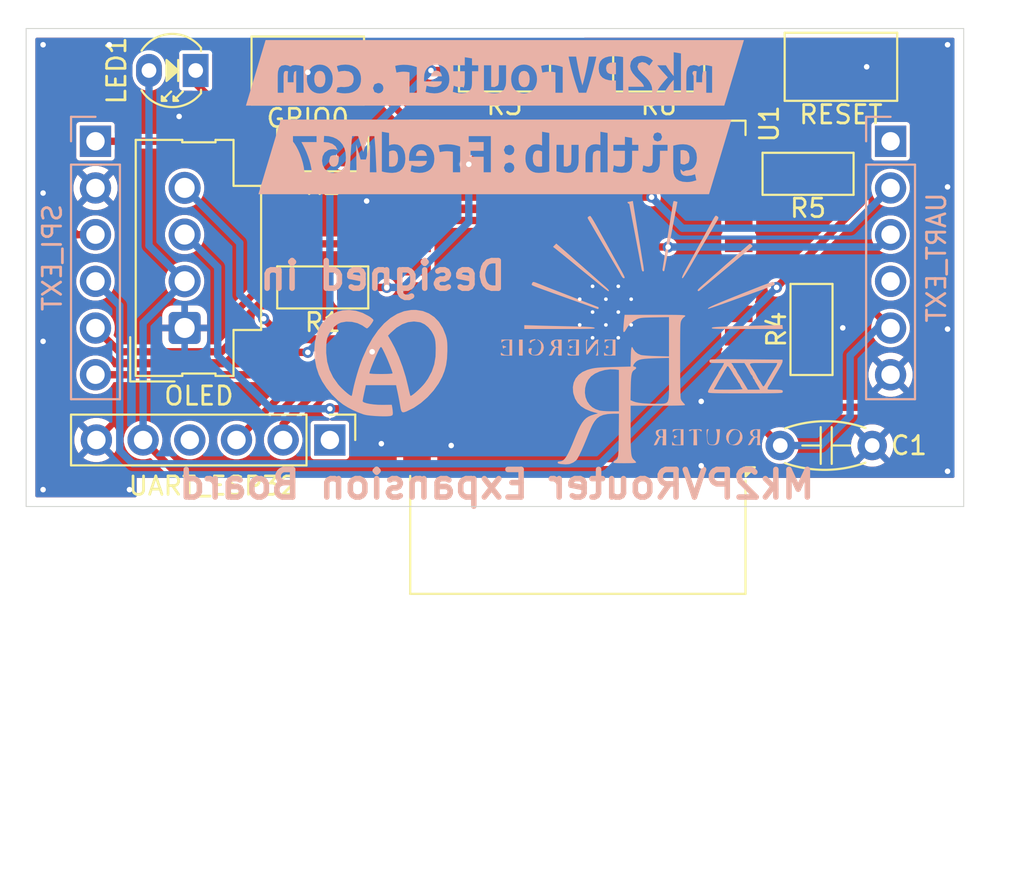
<source format=kicad_pcb>
(kicad_pcb (version 20241229) (generator "pcbnew") (generator_version "9.0")
  (layers (0 "F.Cu" signal) (2 "B.Cu" signal) (13 "F.Paste" user) (15 "B.Paste" user) (5 "F.SilkS" user "F.Silkscreen") (7 "B.SilkS" user "B.Silkscreen") (1 "F.Mask" user) (3 "B.Mask" user) (25 "Edge.Cuts" user))
  (net 0 "")
  (net 1 "GND")
  (net 2 "+3.3V")
  (net 3 "/SDA")
  (net 4 "/SCL")
  (net 5 "/ESP_RX")
  (net 8 "/ESP_TX")
  (net 10 "/AVR_RX")
  (net 12 "/AVR_TX")
  (net 13 "Net-(LED1-K)")
  (net 14 "/RFM_MISO")
  (net 15 "Net-(U1-IO12)")
  (net 16 "/GPIO0")
  (net 17 "Net-(U1-IO13)")
  (net 18 "/RFM_MOSI")
  (net 19 "/RESET")
  (net 20 "Net-(U1-IO14)")
  (net 21 "/RFM_SCK")
  (net 22 "/RFM_SEL")
  (net 23 "Net-(U1-IO27)")
  (net 24 "/DS18B20")
  (footprint "Button_Switch_SMD:SW_SPST_CK_RS282G05A3" (layer "F.Cu") (at 65.9 42.5)
    (property "Reference" "SW1" (hide yes))
    (property "Value" "GPIO0" (at 0 2.6 0) (layer "F.SilkS"))
    (pad "1" smd rect (at -3.9 0) (size 1.5 1.5) (layers "F.Cu" "F.Mask" "F.Paste") (net 1 "GND"))
    (pad "2" smd rect (at 3.9 0) (size 1.5 1.5) (layers "F.Cu" "F.Mask" "F.Paste") (net 16 "/GPIO0"))
  )
  (footprint "PCM_LED_THT_AKL:LED_D3.0mm" (layer "F.Cu") (at 59.8 42.5 180)
    (property "Reference" "LED1" (at 4.3 0 90) (layer "F.SilkS"))
    (property "Value" "LED_3mm" (hide yes))
    (pad "1" thru_hole rect (at 0 0 180) (size 1.4 1.8) (drill 0.8) (layers "*.Cu" "*.Mask") (net 13 "Net-(LED1-K)"))
    (pad "2" thru_hole oval (at 2.54 0 180) (size 1.4 1.8) (drill 0.8) (layers "*.Cu" "*.Mask") (net 2 "+3.3V"))
  )
  (footprint "PCM_Resistor_SMD_AKL:R_1206_3216Metric_Pad1.42x1.75mm_HandSolder" (layer "F.Cu") (at 93.3 56.5875 90)
    (property "Reference" "R4" (at 0 -1.905 90) (layer "F.SilkS"))
    (property "Value" "10K")
    (pad "1" smd roundrect (at -1.4875 0 90) (size 1.425 1.75) (layers "F.Cu" "F.Mask" "F.Paste") (roundrect_rratio 0.175439) (net 19 "/RESET"))
    (pad "2" smd roundrect (at 1.4875 0 90) (size 1.425 1.75) (layers "F.Cu" "F.Mask" "F.Paste") (roundrect_rratio 0.175439) (net 2 "+3.3V"))
  )
  (footprint "PCM_Resistor_SMD_AKL:R_1206_3216Metric_Pad1.42x1.75mm_HandSolder" (layer "F.Cu") (at 66.7125 46.84 180)
    (property "Reference" "R2" (at 0 -1.905 0) (layer "F.SilkS"))
    (property "Value" "1K")
    (pad "1" smd roundrect (at -1.4875 0 180) (size 1.425 1.75) (layers "F.Cu" "F.Mask" "F.Paste") (roundrect_rratio 0.175439) (net 16 "/GPIO0"))
    (pad "2" smd roundrect (at 1.4875 0 180) (size 1.425 1.75) (layers "F.Cu" "F.Mask" "F.Paste") (roundrect_rratio 0.175439) (net 13 "Net-(LED1-K)"))
  )
  (footprint "Connector_PinHeader_2.54mm:PinHeader_1x06_P2.54mm_Vertical" (layer "F.Cu") (at 67.1 62.6 -90)
    (property "Reference" "JP1" (hide yes))
    (property "Value" "UART_ESP32" (at 2.5 6.35 180) (layer "F.SilkS"))
    (pad "1" thru_hole rect (at 0 0 270) (size 1.7 1.7) (drill 1) (layers "*.Cu" "*.Mask"))
    (pad "2" thru_hole circle (at 0 2.54 270) (size 1.7 1.7) (drill 1) (layers "*.Cu" "*.Mask") (net 8 "/ESP_TX"))
    (pad "3" thru_hole circle (at 0 5.08 270) (size 1.7 1.7) (drill 1) (layers "*.Cu" "*.Mask") (net 5 "/ESP_RX"))
    (pad "4" thru_hole circle (at 0 7.62 270) (size 1.7 1.7) (drill 1) (layers "*.Cu" "*.Mask"))
    (pad "5" thru_hole circle (at 0 10.16 270) (size 1.7 1.7) (drill 1) (layers "*.Cu" "*.Mask") (net 2 "+3.3V"))
    (pad "6" thru_hole circle (at 0 12.7 270) (size 1.7 1.7) (drill 1) (layers "*.Cu" "*.Mask") (net 1 "GND"))
  )
  (footprint "RF_Module:ESP32-WROOM-32D" (layer "F.Cu") (at 80.59 55.11 180)
    (property "Reference" "U1" (at -10.41 9.71 90) (layer "F.SilkS"))
    (property "Value" "ESP32-WROOM-32E")
    (pad "1" smd rect (at -8.75 -8.25 180) (size 1.5 0.9) (layers "F.Cu" "F.Mask" "F.Paste") (net 1 "GND"))
    (pad "2" smd rect (at -8.75 -6.98 180) (size 1.5 0.9) (layers "F.Cu" "F.Mask" "F.Paste") (net 2 "+3.3V"))
    (pad "3" smd rect (at -8.75 -5.71 180) (size 1.5 0.9) (layers "F.Cu" "F.Mask" "F.Paste") (net 19 "/RESET"))
    (pad "4" smd rect (at -8.75 -4.44 180) (size 1.5 0.9) (layers "F.Cu" "F.Mask" "F.Paste"))
    (pad "5" smd rect (at -8.75 -3.17 180) (size 1.5 0.9) (layers "F.Cu" "F.Mask" "F.Paste"))
    (pad "6" smd rect (at -8.75 -1.9 180) (size 1.5 0.9) (layers "F.Cu" "F.Mask" "F.Paste"))
    (pad "7" smd rect (at -8.75 -0.63 180) (size 1.5 0.9) (layers "F.Cu" "F.Mask" "F.Paste"))
    (pad "8" smd rect (at -8.75 0.64 180) (size 1.5 0.9) (layers "F.Cu" "F.Mask" "F.Paste"))
    (pad "9" smd rect (at -8.75 1.91 180) (size 1.5 0.9) (layers "F.Cu" "F.Mask" "F.Paste"))
    (pad "10" smd rect (at -8.75 3.18 180) (size 1.5 0.9) (layers "F.Cu" "F.Mask" "F.Paste"))
    (pad "11" smd rect (at -8.75 4.45 180) (size 1.5 0.9) (layers "F.Cu" "F.Mask" "F.Paste"))
    (pad "12" smd rect (at -8.75 5.72 180) (size 1.5 0.9) (layers "F.Cu" "F.Mask" "F.Paste") (net 23 "Net-(U1-IO27)"))
    (pad "13" smd rect (at -8.75 6.99 180) (size 1.5 0.9) (layers "F.Cu" "F.Mask" "F.Paste") (net 20 "Net-(U1-IO14)"))
    (pad "14" smd rect (at -8.75 8.26 180) (size 1.5 0.9) (layers "F.Cu" "F.Mask" "F.Paste") (net 15 "Net-(U1-IO12)"))
    (pad "15" smd rect (at -5.71 9.51 270) (size 1.5 0.9) (layers "F.Cu" "F.Mask" "F.Paste") (net 1 "GND"))
    (pad "16" smd rect (at -4.44 9.51 270) (size 1.5 0.9) (layers "F.Cu" "F.Mask" "F.Paste") (net 17 "Net-(U1-IO13)"))
    (pad "17" smd rect (at -3.17 9.51 270) (size 1.5 0.9) (layers "F.Cu" "F.Mask" "F.Paste"))
    (pad "18" smd rect (at -1.9 9.51 270) (size 1.5 0.9) (layers "F.Cu" "F.Mask" "F.Paste"))
    (pad "19" smd rect (at -0.63 9.51 270) (size 1.5 0.9) (layers "F.Cu" "F.Mask" "F.Paste"))
    (pad "20" smd rect (at 0.64 9.51 270) (size 1.5 0.9) (layers "F.Cu" "F.Mask" "F.Paste"))
    (pad "21" smd rect (at 1.91 9.51 270) (size 1.5 0.9) (layers "F.Cu" "F.Mask" "F.Paste"))
    (pad "22" smd rect (at 3.18 9.51 270) (size 1.5 0.9) (layers "F.Cu" "F.Mask" "F.Paste"))
    (pad "23" smd rect (at 4.45 9.51 270) (size 1.5 0.9) (layers "F.Cu" "F.Mask" "F.Paste"))
    (pad "24" smd rect (at 5.72 9.51 270) (size 1.5 0.9) (layers "F.Cu" "F.Mask" "F.Paste"))
    (pad "25" smd rect (at 8.75 8.26 180) (size 1.5 0.9) (layers "F.Cu" "F.Mask" "F.Paste") (net 16 "/GPIO0"))
    (pad "26" smd rect (at 8.75 6.99 180) (size 1.5 0.9) (layers "F.Cu" "F.Mask" "F.Paste"))
    (pad "27" smd rect (at 8.75 5.72 180) (size 1.5 0.9) (layers "F.Cu" "F.Mask" "F.Paste") (net 12 "/AVR_TX"))
    (pad "28" smd rect (at 8.75 4.45 180) (size 1.5 0.9) (layers "F.Cu" "F.Mask" "F.Paste") (net 10 "/AVR_RX"))
    (pad "29" smd rect (at 8.75 3.18 180) (size 1.5 0.9) (layers "F.Cu" "F.Mask" "F.Paste") (net 24 "/DS18B20"))
    (pad "30" smd rect (at 8.75 1.91 180) (size 1.5 0.9) (layers "F.Cu" "F.Mask" "F.Paste"))
    (pad "31" smd rect (at 8.75 0.64 180) (size 1.5 0.9) (layers "F.Cu" "F.Mask" "F.Paste"))
    (pad "32" smd rect (at 8.75 -0.63 180) (size 1.5 0.9) (layers "F.Cu" "F.Mask" "F.Paste"))
    (pad "33" smd rect (at 8.75 -1.9 180) (size 1.5 0.9) (layers "F.Cu" "F.Mask" "F.Paste") (net 3 "/SDA"))
    (pad "34" smd rect (at 8.75 -3.17 180) (size 1.5 0.9) (layers "F.Cu" "F.Mask" "F.Paste") (net 5 "/ESP_RX"))
    (pad "35" smd rect (at 8.75 -4.44 180) (size 1.5 0.9) (layers "F.Cu" "F.Mask" "F.Paste") (net 8 "/ESP_TX"))
    (pad "36" smd rect (at 8.75 -5.71 180) (size 1.5 0.9) (layers "F.Cu" "F.Mask" "F.Paste") (net 4 "/SCL"))
    (pad "37" smd rect (at 8.75 -6.98 180) (size 1.5 0.9) (layers "F.Cu" "F.Mask" "F.Paste"))
    (pad "38" smd rect (at 8.75 -8.25 180) (size 1.5 0.9) (layers "F.Cu" "F.Mask" "F.Paste") (net 1 "GND"))
    (pad "39" smd rect (at -2.9 -1.93 180) (size 0.9 0.9) (layers "F.Cu" "F.Paste") (net 1 "GND"))
    (pad "39" thru_hole circle (at -2.9 -1.23 180) (size 0.6 0.6) (drill 0.2) (property pad_prop_heatsink) (layers "*.Cu" "F.Mask") (net 1 "GND"))
    (pad "39" smd rect (at -2.9 -0.53 180) (size 0.9 0.9) (layers "F.Cu" "F.Paste") (net 1 "GND"))
    (pad "39" thru_hole circle (at -2.9 0.17 180) (size 0.6 0.6) (drill 0.2) (property pad_prop_heatsink) (layers "*.Cu" "F.Mask") (net 1 "GND"))
    (pad "39" smd rect (at -2.9 0.87 180) (size 0.9 0.9) (layers "F.Cu" "F.Paste") (net 1 "GND"))
    (pad "39" thru_hole circle (at -2.2 -1.93 180) (size 0.6 0.6) (drill 0.2) (property pad_prop_heatsink) (layers "*.Cu" "F.Mask") (net 1 "GND"))
    (pad "39" thru_hole circle (at -2.2 -0.53 180) (size 0.6 0.6) (drill 0.2) (property pad_prop_heatsink) (layers "*.Cu" "F.Mask") (net 1 "GND"))
    (pad "39" thru_hole circle (at -2.2 0.87 180) (size 0.6 0.6) (drill 0.2) (property pad_prop_heatsink) (layers "*.Cu" "F.Mask") (net 1 "GND"))
    (pad "39" thru_hole circle (at -1.525 -1.23 180) (size 0.6 0.6) (drill 0.2) (property pad_prop_heatsink) (layers "*.Cu" "F.Mask") (net 1 "GND"))
    (pad "39" thru_hole circle (at -1.525 0.17 180) (size 0.6 0.6) (drill 0.2) (property pad_prop_heatsink) (layers "*.Cu" "F.Mask") (net 1 "GND"))
    (pad "39" smd rect (at -1.5 -1.93 180) (size 0.9 0.9) (layers "F.Cu" "F.Paste") (net 1 "GND"))
    (pad "39" smd rect (at -1.5 -0.53 180) (size 0.9 0.9) (layers "F.Cu" "F.Paste") (net 1 "GND"))
    (pad "39" smd rect (at -1.5 -0.53 180) (size 3.8 3.8) (property pad_prop_heatsink) (layers "F.Cu" "F.Mask") (net 1 "GND"))
    (pad "39" smd rect (at -1.5 0.87 180) (size 0.9 0.9) (layers "F.Cu" "F.Paste") (net 1 "GND"))
    (pad "39" thru_hole circle (at -0.8 -1.93 180) (size 0.6 0.6) (drill 0.2) (property pad_prop_heatsink) (layers "*.Cu" "F.Mask") (net 1 "GND"))
    (pad "39" thru_hole circle (at -0.8 -0.53 180) (size 0.6 0.6) (drill 0.2) (property pad_prop_heatsink) (layers "*.Cu" "F.Mask") (net 1 "GND"))
    (pad "39" thru_hole circle (at -0.8 0.87 180) (size 0.6 0.6) (drill 0.2) (property pad_prop_heatsink) (layers "*.Cu" "F.Mask") (net 1 "GND"))
    (pad "39" smd rect (at -0.1 -1.93 180) (size 0.9 0.9) (layers "F.Cu" "F.Paste") (net 1 "GND"))
    (pad "39" thru_hole circle (at -0.1 -1.23 180) (size 0.6 0.6) (drill 0.2) (property pad_prop_heatsink) (layers "*.Cu" "F.Mask") (net 1 "GND"))
    (pad "39" smd rect (at -0.1 -0.53 180) (size 0.9 0.9) (layers "F.Cu" "F.Paste") (net 1 "GND"))
    (pad "39" thru_hole circle (at -0.1 0.17 180) (size 0.6 0.6) (drill 0.2) (property pad_prop_heatsink) (layers "*.Cu" "F.Mask") (net 1 "GND"))
    (pad "39" smd rect (at -0.1 0.87 180) (size 0.9 0.9) (layers "F.Cu" "F.Paste") (net 1 "GND"))
    (zone (net 0) (net_name "") (layers "F.Cu" "B.Cu") (connect_pads (clearance 0)) (min_thickness 0.254)
      (keepout (tracks not_allowed) (vias not_allowed) (pads not_allowed) (copperpour not_allowed) (footprints not_allowed))
      (fill (thermal_gap 0.508) (thermal_bridge_width 0.508))
      (polygon (pts (xy 104.59 64.66) (xy 56.59 64.66) (xy 56.59 85.85) (xy 104.59 85.85)))
    )
  )
  (footprint "PCM_Resistor_SMD_AKL:R_1206_3216Metric_Pad1.42x1.75mm_HandSolder" (layer "F.Cu") (at 84.9875 42.5 180)
    (property "Reference" "R6" (at 0 -1.905 180) (layer "F.SilkS"))
    (property "Value" "1K")
    (pad "1" smd roundrect (at -1.4875 0 180) (size 1.425 1.75) (layers "F.Cu" "F.Mask" "F.Paste") (roundrect_rratio 0.175439) (net 23 "Net-(U1-IO27)"))
    (pad "2" smd roundrect (at 1.4875 0 180) (size 1.425 1.75) (layers "F.Cu" "F.Mask" "F.Paste") (roundrect_rratio 0.175439) (net 22 "/RFM_SEL"))
  )
  (footprint "Button_Switch_SMD:SW_SPST_CK_RS282G05A3" (layer "F.Cu") (at 94.9 42.3 180)
    (property "Reference" "SW2" (hide yes))
    (property "Value" "RESET" (at 0 -2.6 0) (layer "F.SilkS"))
    (pad "1" smd rect (at -3.9 0 180) (size 1.5 1.5) (layers "F.Cu" "F.Mask" "F.Paste") (net 1 "GND"))
    (pad "2" smd rect (at 3.9 0 180) (size 1.5 1.5) (layers "F.Cu" "F.Mask" "F.Paste") (net 19 "/RESET"))
  )
  (footprint "PCM_Resistor_SMD_AKL:R_1206_3216Metric_Pad1.42x1.75mm_HandSolder" (layer "F.Cu") (at 66.7125 54.3 180)
    (property "Reference" "R1" (at 0 -1.905 0) (layer "F.SilkS"))
    (property "Value" "1K")
    (pad "1" smd roundrect (at -1.4875 0 180) (size 1.425 1.75) (layers "F.Cu" "F.Mask" "F.Paste") (roundrect_rratio 0.175439) (net 15 "Net-(U1-IO12)"))
    (pad "2" smd roundrect (at 1.4875 0 180) (size 1.425 1.75) (layers "F.Cu" "F.Mask" "F.Paste") (roundrect_rratio 0.175439) (net 14 "/RFM_MISO"))
  )
  (footprint "PCM_Capacitor_THT_AKL:C_Disc_D4.7mm_W2.5mm_P5.00mm" (layer "F.Cu") (at 91.6 62.9)
    (property "Reference" "C1" (at 7 0 0) (layer "F.SilkS"))
    (property "Value" "10uF" (hide yes))
    (pad "1" thru_hole circle (at 0 0) (size 1.6 1.6) (drill 0.8) (layers "*.Cu" "*.Mask") (net 2 "+3.3V"))
    (pad "2" thru_hole circle (at 5 0) (size 1.6 1.6) (drill 0.8) (layers "*.Cu" "*.Mask") (net 1 "GND"))
  )
  (footprint "PCM_Resistor_SMD_AKL:R_1206_3216Metric_Pad1.42x1.75mm_HandSolder" (layer "F.Cu") (at 93.1125 48.12)
    (property "Reference" "R5" (at 0 1.87 0) (layer "F.SilkS"))
    (property "Value" "1K")
    (pad "1" smd roundrect (at -1.4875 0) (size 1.425 1.75) (layers "F.Cu" "F.Mask" "F.Paste") (roundrect_rratio 0.175439) (net 20 "Net-(U1-IO14)"))
    (pad "2" smd roundrect (at 1.4875 0) (size 1.425 1.75) (layers "F.Cu" "F.Mask" "F.Paste") (roundrect_rratio 0.175439) (net 21 "/RFM_SCK"))
  )
  (footprint "Connector_Molex:Molex_SL_171971-0004_1x04_P2.54mm_Vertical" (layer "F.Cu") (at 59.2 56.505 90)
    (property "Reference" "J4" (hide yes))
    (property "Value" "OLED" (at -3.695 0.775 180) (layer "F.SilkS"))
    (pad "1" thru_hole roundrect (at 0 0 90) (size 1.74 1.74) (drill 1.09) (layers "*.Cu" "*.Mask") (roundrect_rratio 0.143678) (net 1 "GND"))
    (pad "2" thru_hole circle (at 2.54 0 90) (size 1.74 1.74) (drill 1.09) (layers "*.Cu" "*.Mask") (net 2 "+3.3V"))
    (pad "3" thru_hole circle (at 5.08 0 90) (size 1.74 1.74) (drill 1.09) (layers "*.Cu" "*.Mask") (net 4 "/SCL"))
    (pad "4" thru_hole circle (at 7.62 0 90) (size 1.74 1.74) (drill 1.09) (layers "*.Cu" "*.Mask") (net 3 "/SDA"))
  )
  (footprint "PCM_Resistor_SMD_AKL:R_1206_3216Metric_Pad1.42x1.75mm_HandSolder" (layer "F.Cu") (at 76.6 42.5 180)
    (property "Reference" "R3" (at 0 -1.905 180) (layer "F.SilkS"))
    (property "Value" "1K")
    (pad "1" smd roundrect (at -1.4875 0 180) (size 1.425 1.75) (layers "F.Cu" "F.Mask" "F.Paste") (roundrect_rratio 0.175439) (net 17 "Net-(U1-IO13)"))
    (pad "2" smd roundrect (at 1.4875 0 180) (size 1.425 1.75) (layers "F.Cu" "F.Mask" "F.Paste") (roundrect_rratio 0.175439) (net 18 "/RFM_MOSI"))
  )
  (footprint "LOGO" (layer "B.Cu") (at 84.1 57 180)
    (property "Reference" "G004" (hide yes))
    (property "Value" "LOGO" (hide yes))
  )
  (footprint "UserDef:Alsace" (layer "B.Cu") (at 69.9 58.4 180)
    (property "Reference" "G***" (hide yes))
    (property "Value" "LOGO" (hide yes))
  )
  (footprint "Connector_PinSocket_2.54mm:PinSocket_1x06_P2.54mm_Vertical" (layer "B.Cu") (at 54.35 46.35 180)
    (property "Reference" "SPI_EXT0" (hide yes))
    (property "Value" "SPI_EXT" (at 2.35 -6.325 90) (layer "B.SilkS") (effects (justify mirror)))
    (pad "1" thru_hole rect (at 0 0 180) (size 1.7 1.7) (drill 1) (layers "*.Cu" "*.Mask") (net 24 "/DS18B20"))
    (pad "2" thru_hole circle (at 0 -2.54 180) (size 1.7 1.7) (drill 1) (layers "*.Cu" "*.Mask") (net 1 "GND"))
    (pad "3" thru_hole circle (at 0 -5.08 180) (size 1.7 1.7) (drill 1) (layers "*.Cu" "*.Mask") (net 22 "/RFM_SEL"))
    (pad "4" thru_hole circle (at 0 -7.62 180) (size 1.7 1.7) (drill 1) (layers "*.Cu" "*.Mask") (net 21 "/RFM_SCK"))
    (pad "5" thru_hole circle (at 0 -10.16 180) (size 1.7 1.7) (drill 1) (layers "*.Cu" "*.Mask") (net 14 "/RFM_MISO"))
    (pad "6" thru_hole circle (at 0 -12.7 180) (size 1.7 1.7) (drill 1) (layers "*.Cu" "*.Mask") (net 18 "/RFM_MOSI"))
  )
  (footprint "kibuzzard-64EB6544-2" (layer "B.Cu") (at 76.0786 47.2 180)
    (property "Reference" "kibuzzard-64EB6544-2" (hide yes))
    (property "Value" "G010" (hide yes))
  )
  (footprint "Connector_PinSocket_2.54mm:PinSocket_1x06_P2.54mm_Vertical" (layer "B.Cu") (at 97.6 46.35 180)
    (property "Reference" "JP3" (hide yes))
    (property "Value" "UART_EXT" (at -2.5 -6.325 270) (layer "B.SilkS") (effects (justify mirror)))
    (pad "1" thru_hole rect (at 0 0 180) (size 1.7 1.7) (drill 1) (layers "*.Cu" "*.Mask"))
    (pad "2" thru_hole circle (at 0 -2.54 180) (size 1.7 1.7) (drill 1) (layers "*.Cu" "*.Mask") (net 12 "/AVR_TX"))
    (pad "3" thru_hole circle (at 0 -5.08 180) (size 1.7 1.7) (drill 1) (layers "*.Cu" "*.Mask") (net 10 "/AVR_RX"))
    (pad "4" thru_hole circle (at 0 -7.62 180) (size 1.7 1.7) (drill 1) (layers "*.Cu" "*.Mask"))
    (pad "5" thru_hole circle (at 0 -10.16 180) (size 1.7 1.7) (drill 1) (layers "*.Cu" "*.Mask") (net 2 "+3.3V"))
    (pad "6" thru_hole circle (at 0 -12.7 180) (size 1.7 1.7) (drill 1) (layers "*.Cu" "*.Mask") (net 1 "GND"))
  )
  (footprint "kibuzzard-6431D11C-2" (layer "B.Cu") (at 76.0786 42.628 180)
    (property "Reference" "kibuzzard-6431D11C-2" (hide yes))
    (property "Value" "G009" (hide yes))
  )
  (gr_line (start 50.5786 66.2176) (end 101.5786 66.2176) (stroke (width 0.05)) (layer "Edge.Cuts"))
  (gr_line (start 101.5786 40.2176) (end 50.5786 40.2176) (stroke (width 0.05)) (layer "Edge.Cuts"))
  (gr_line (start 50.5786 40.2176) (end 50.5786 66.2176) (stroke (width 0.05)) (layer "Edge.Cuts"))
  (gr_line (start 101.5786 66.2176) (end 101.5786 40.2176) (stroke (width 0.05)) (layer "Edge.Cuts"))
  (gr_text "Designed in" (at 76.813866 54.54 -0) (layer "B.SilkS") (effects (font (size 1.5 1.5) (thickness 0.3) (bold yes)) (justify left bottom mirror)))
  (gr_text "Mk2PVRouter Expansion Board" (at 93.628601 65.9 0) (layer "B.SilkS") (effects (font (size 1.5 1.5) (thickness 0.3) (bold yes)) (justify left bottom mirror)))
  (via (at 51.5 41.1) (size 0.6) (drill 0.3) (layers "F.Cu" "B.Cu") (net 1))
  (via (at 95 56.5) (size 0.6) (drill 0.3) (layers "F.Cu" "B.Cu") (net 1))
  (via (at 96.3 42.3) (size 0.6) (drill 0.3) (layers "F.Cu" "B.Cu") (net 1))
  (via (at 73.7 62.9) (size 0.6) (drill 0.3) (layers "F.Cu" "B.Cu") (net 1))
  (via (at 100.7 41.1) (size 0.6) (drill 0.3) (layers "F.Cu" "B.Cu") (net 1))
  (via (at 56.2 65.3) (size 0.6) (drill 0.3) (layers "F.Cu" "B.Cu") (net 1))
  (via (at 69.9 62.8) (size 0.6) (drill 0.3) (layers "F.Cu" "B.Cu") (net 1))
  (via (at 51.5 49.166667) (size 0.6) (drill 0.3) (layers "F.Cu" "B.Cu") (net 1))
  (via (at 100.7 64.3) (size 0.6) (drill 0.3) (layers "F.Cu" "B.Cu") (net 1))
  (via (at 51.5 57.233333) (size 0.6) (drill 0.3) (layers "F.Cu" "B.Cu") (net 1))
  (via (at 58.9 45) (size 0.6) (drill 0.3) (layers "F.Cu" "B.Cu") (net 1))
  (via (at 65.9 42.6) (size 0.6) (drill 0.3) (layers "F.Cu" "B.Cu") (net 1))
  (via (at 100.7 48.833333) (size 0.6) (drill 0.3) (layers "F.Cu" "B.Cu") (net 1))
  (via (at 69.1 49.6) (size 0.6) (drill 0.3) (layers "F.Cu" "B.Cu") (net 1))
  (via (at 87.3 60.5) (size 0.6) (drill 0.3) (layers "F.Cu" "B.Cu") (net 1))
  (via (at 69.4 57.8) (size 0.6) (drill 0.3) (layers "F.Cu" "B.Cu") (net 1))
  (via (at 51.5 65.3) (size 0.6) (drill 0.3) (layers "F.Cu" "B.Cu") (net 1))
  (via (at 100.7 56.566667) (size 0.6) (drill 0.3) (layers "F.Cu" "B.Cu") (net 1))
  (via (at 87.3 64) (size 0.6) (drill 0.3) (layers "F.Cu" "B.Cu") (net 1))
  (via (at 55.1 41.1) (size 0.6) (drill 0.3) (layers "F.Cu" "B.Cu") (net 1))
  (segment (start 83.9883 64.2117) (end 86.11 62.09) (width 0.4) (layer "F.Cu") (net 2))
  (segment (start 90.79 62.09) (end 89.34 62.09) (width 0.4) (layer "F.Cu") (net 2))
  (segment (start 95.2 53) (end 95.8 53.6) (width 0.4) (layer "F.Cu") (net 2))
  (segment (start 58.5517 64.2117) (end 83.9883 64.2117) (width 0.4) (layer "F.Cu") (net 2))
  (segment (start 93.3 53.75) (end 94.05 53) (width 0.4) (layer "F.Cu") (net 2))
  (segment (start 95.8 54.71) (end 97.6 56.51) (width 0.4) (layer "F.Cu") (net 2))
  (segment (start 56.94 62.6) (end 58.5517 64.2117) (width 0.4) (layer "F.Cu") (net 2))
  (segment (start 95.8 53.6) (end 95.8 54.71) (width 0.4) (layer "F.Cu") (net 2))
  (segment (start 93.3 55.1) (end 93.3 53.75) (width 0.4) (layer "F.Cu") (net 2))
  (segment (start 91.6 62.9) (end 90.79 62.09) (width 0.4) (layer "F.Cu") (net 2))
  (segment (start 86.11 62.09) (end 89.34 62.09) (width 0.4) (layer "F.Cu") (net 2))
  (segment (start 94.05 53) (end 95.2 53) (width 0.4) (layer "F.Cu") (net 2))
  (segment (start 59.2 53.965) (end 56.94 56.225) (width 0.4) (layer "B.Cu") (net 2))
  (segment (start 95.4 61.3) (end 93.8 62.9) (width 0.4) (layer "B.Cu") (net 2))
  (segment (start 56.94 56.225) (end 56.94 62.6) (width 0.4) (layer "B.Cu") (net 2))
  (segment (start 95.4 58) (end 95.4 61.3) (width 0.4) (layer "B.Cu") (net 2))
  (segment (start 93.8 62.9) (end 91.6 62.9) (width 0.4) (layer "B.Cu") (net 2))
  (segment (start 97.6 56.51) (end 96.89 56.51) (width 0.4) (layer "B.Cu") (net 2))
  (segment (start 57.26 52.025) (end 59.2 53.965) (width 0.4) (layer "B.Cu") (net 2))
  (segment (start 57.26 42.5) (end 57.26 52.025) (width 0.4) (layer "B.Cu") (net 2))
  (segment (start 96.89 56.51) (end 95.4 58) (width 0.4) (layer "B.Cu") (net 2))
  (segment (start 64 56.5) (end 63.5 56) (width 0.4) (layer "F.Cu") (net 3))
  (segment (start 71.84 57.01) (end 70.689 57.01) (width 0.4) (layer "F.Cu") (net 3))
  (segment (start 68.5 56.5) (end 64 56.5) (width 0.4) (layer "F.Cu") (net 3))
  (segment (start 70.689 57.01) (end 69.01 57.01) (width 0.4) (layer "F.Cu") (net 3))
  (segment (start 69.01 57.01) (end 68.5 56.5) (width 0.4) (layer "F.Cu") (net 3))
  (via (at 63.5 56) (size 0.6) (drill 0.3) (layers "F.Cu" "B.Cu") (net 3))
  (segment (start 62.2 54.7) (end 62.2 51.885) (width 0.4) (layer "B.Cu") (net 3))
  (segment (start 63.5 56) (end 62.2 54.7) (width 0.4) (layer "B.Cu") (net 3))
  (segment (start 62.2 51.885) (end 59.2 48.885) (width 0.4) (layer "B.Cu") (net 3))
  (segment (start 67.9446 60.9) (end 68.0246 60.82) (width 0.4) (layer "F.Cu") (net 4))
  (segment (start 68.0246 60.82) (end 71.84 60.82) (width 0.4) (layer "F.Cu") (net 4))
  (segment (start 67.1 60.9) (end 67.9446 60.9) (width 0.4) (layer "F.Cu") (net 4))
  (via (at 67.1 60.9) (size 0.6) (drill 0.3) (layers "F.Cu" "B.Cu") (net 4))
  (segment (start 63.9 60.9) (end 61 58) (width 0.4) (layer "B.Cu") (net 4))
  (segment (start 61 58) (end 61 53.2) (width 0.4) (layer "B.Cu") (net 4))
  (segment (start 59.225 51.425) (end 59.2 51.425) (width 0.4) (layer "B.Cu") (net 4))
  (segment (start 67.1 60.9) (end 63.9 60.9) (width 0.4) (layer "B.Cu") (net 4))
  (segment (start 61 53.2) (end 59.225 51.425) (width 0.4) (layer "B.Cu") (net 4))
  (segment (start 62.02 62.6) (end 66.0863 58.5337) (width 0.4) (layer "F.Cu") (net 5))
  (segment (start 71.84 58.28) (end 70.6883 58.28) (width 0.4) (layer "F.Cu") (net 5))
  (segment (start 70.4346 58.5337) (end 70.6883 58.28) (width 0.4) (layer "F.Cu") (net 5))
  (segment (start 66.0863 58.5337) (end 70.4346 58.5337) (width 0.4) (layer "F.Cu") (net 5))
  (segment (start 71.84 59.55) (end 66.75 59.55) (width 0.4) (layer "F.Cu") (net 8))
  (segment (start 64.56 61.74) (end 64.56 62.6) (width 0.4) (layer "F.Cu") (net 8))
  (segment (start 66.75 59.55) (end 64.56 61.74) (width 0.4) (layer "F.Cu") (net 8))
  (segment (start 85.5 52.1) (end 84.5 52.1) (width 0.4) (layer "F.Cu") (net 10))
  (segment (start 83.06 50.66) (end 71.84 50.66) (width 0.4) (layer "F.Cu") (net 10))
  (segment (start 84.5 52.1) (end 83.06 50.66) (width 0.4) (layer "F.Cu") (net 10))
  (via (at 85.5 52.1) (size 0.6) (drill 0.3) (layers "F.Cu" "B.Cu") (net 10))
  (segment (start 96.93 52.1) (end 97.6 51.43) (width 0.4) (layer "B.Cu") (net 10))
  (segment (start 85.5 52.1) (end 96.93 52.1) (width 0.4) (layer "B.Cu") (net 10))
  (segment (start 84.6 49.39) (end 71.84 49.39) (width 0.4) (layer "F.Cu") (net 12))
  (via (at 84.6 49.39) (size 0.6) (drill 0.3) (layers "F.Cu" "B.Cu") (net 12))
  (segment (start 84.6 49.4) (end 86.2769 51.0769) (width 0.4) (layer "B.Cu") (net 12))
  (segment (start 86.2769 51.0769) (end 95.4131 51.0769) (width 0.4) (layer "B.Cu") (net 12))
  (segment (start 95.4131 51.0769) (end 97.6 48.89) (width 0.4) (layer "B.Cu") (net 12))
  (segment (start 84.6 49.39) (end 84.6 49.4) (width 0.4) (layer "B.Cu") (net 12))
  (segment (start 59.8 42.5) (end 59.8 43.2) (width 0.4) (layer "F.Cu") (net 13))
  (segment (start 59.8 43.2) (end 63.44 46.84) (width 0.4) (layer "F.Cu") (net 13))
  (segment (start 63.44 46.84) (end 65.225 46.84) (width 0.4) (layer "F.Cu") (net 13))
  (segment (start 63.3 54.3) (end 62.1 55.5) (width 0.4) (layer "F.Cu") (net 14))
  (segment (start 55.6398 57.7998) (end 54.35 56.51) (width 0.4) (layer "F.Cu") (net 14))
  (segment (start 61.2002 57.7998) (end 55.6398 57.7998) (width 0.4) (layer "F.Cu") (net 14))
  (segment (start 62.1 55.5) (end 62.1 56.9) (width 0.4) (layer "F.Cu") (net 14))
  (segment (start 65.225 54.3) (end 63.3 54.3) (width 0.4) (layer "F.Cu") (net 14))
  (segment (start 62.1 56.9) (end 61.2002 57.7998) (width 0.4) (layer "F.Cu") (net 14))
  (segment (start 68.2 54.3) (end 70.2 54.3) (width 0.4) (layer "F.Cu") (net 15))
  (segment (start 75.4071 46.85) (end 89.34 46.85) (width 0.4) (layer "F.Cu") (net 15))
  (segment (start 74.6569 47.6002) (end 75.4071 46.85) (width 0.4) (layer "F.Cu") (net 15))
  (via (at 74.6569 47.6002) (size 0.6) (drill 0.3) (layers "F.Cu" "B.Cu") (net 15))
  (via (at 70.2 54.3) (size 0.6) (drill 0.3) (layers "F.Cu" "B.Cu") (net 15))
  (segment (start 71.0932 54.3) (end 74.6569 50.7363) (width 0.4) (layer "B.Cu") (net 15))
  (segment (start 74.6569 50.7363) (end 74.6569 47.6002) (width 0.4) (layer "B.Cu") (net 15))
  (segment (start 70.2 54.3) (end 71.0932 54.3) (width 0.4) (layer "B.Cu") (net 15))
  (segment (start 71.84 45.6917) (end 71.84 46.85) (width 0.4) (layer "F.Cu") (net 16))
  (segment (start 68.21 46.85) (end 68.2 46.84) (width 0.4) (layer "F.Cu") (net 16))
  (segment (start 69.8 43.6517) (end 71.84 45.6917) (width 0.4) (layer "F.Cu") (net 16))
  (segment (start 71.84 46.85) (end 68.21 46.85) (width 0.4) (layer "F.Cu") (net 16))
  (segment (start 69.8 42.5) (end 69.8 43.6517) (width 0.4) (layer "F.Cu") (net 16))
  (segment (start 81.75 44.2) (end 84.53 44.2) (width 0.4) (layer "F.Cu") (net 17))
  (segment (start 84.53 44.2) (end 85.03 44.7) (width 0.4) (layer "F.Cu") (net 17))
  (segment (start 85.03 44.7) (end 85.03 45.6) (width 0.4) (layer "F.Cu") (net 17))
  (segment (start 78.0875 42.5) (end 80.05 42.5) (width 0.4) (layer "F.Cu") (net 17))
  (segment (start 80.05 42.5) (end 81.75 44.2) (width 0.4) (layer "F.Cu") (net 17))
  (segment (start 64.5903 57.832) (end 63.3723 59.05) (width 0.4) (layer "F.Cu") (net 18))
  (segment (start 72.6 42.5) (end 75.1125 42.5) (width 0.4) (layer "F.Cu") (net 18))
  (segment (start 65.9 57.832) (end 64.5903 57.832) (width 0.4) (layer "F.Cu") (net 18))
  (segment (start 63.3723 59.05) (end 54.35 59.05) (width 0.4) (layer "F.Cu") (net 18))
  (via (at 65.9 57.832) (size 0.6) (drill 0.3) (layers "F.Cu" "B.Cu") (net 18))
  (via (at 72.6 42.5) (size 0.6) (drill 0.3) (layers "F.Cu" "B.Cu") (net 18))
  (segment (start 72.6 42.5) (end 67.1 48) (width 0.4) (layer "B.Cu") (net 18))
  (segment (start 67.1 48) (end 67.1 56.632) (width 0.4) (layer "B.Cu") (net 18))
  (segment (start 67.1 56.632) (end 65.9 57.832) (width 0.4) (layer "B.Cu") (net 18))
  (segment (start 92.28 60.82) (end 98.78 60.82) (width 0.4) (layer "F.Cu") (net 19))
  (segment (start 99.7 59.9) (end 99.7 45.6) (width 0.4) (layer "F.Cu") (net 19))
  (segment (start 89.34 60.82) (end 92.28 60.82) (width 0.4) (layer "F.Cu") (net 19))
  (segment (start 99.7 45.6) (end 98.3 44.2) (width 0.4) (layer "F.Cu") (net 19))
  (segment (start 93.9 42.3) (end 91 42.3) (width 0.4) (layer "F.Cu") (net 19))
  (segment (start 95.8 44.2) (end 93.9 42.3) (width 0.4) (layer "F.Cu") (net 19))
  (segment (start 92.28 60.82) (end 93.3 60.82) (width 0.4) (layer "F.Cu") (net 19))
  (segment (start 98.78 60.82) (end 99.7 59.9) (width 0.4) (layer "F.Cu") (net 19))
  (segment (start 93.3 60.82) (end 93.3 58.075) (width 0.4) (layer "F.Cu") (net 19))
  (segment (start 98.3 44.2) (end 95.8 44.2) (width 0.4) (layer "F.Cu") (net 19))
  (segment (start 89.34 48.12) (end 91.625 48.12) (width 0.4) (layer "F.Cu") (net 20))
  (segment (start 96 49.7) (end 96 48.4) (width 0.4) (layer "F.Cu") (net 21))
  (segment (start 96 48.4) (end 95.72 48.12) (width 0.4) (layer "F.Cu") (net 21))
  (segment (start 95.72 48.12) (end 94.6 48.12) (width 0.4) (layer "F.Cu") (net 21))
  (segment (start 91.4 54.3) (end 96 49.7) (width 0.4) (layer "F.Cu") (net 21))
  (via (at 91.4 54.3) (size 0.6) (drill 0.3) (layers "F.Cu" "B.Cu") (net 21))
  (segment (start 56.3798 63.8912) (end 55.67 63.1814) (width 0.4) (layer "B.Cu") (net 21))
  (segment (start 55.67 55.29) (end 54.35 53.97) (width 0.4) (layer "B.Cu") (net 21))
  (segment (start 55.67 63.1814) (end 55.67 55.29) (width 0.4) (layer "B.Cu") (net 21))
  (segment (start 91.4 54.3) (end 81.8088 63.8912) (width 0.4) (layer "B.Cu") (net 21))
  (segment (start 81.8088 63.8912) (end 56.3798 63.8912) (width 0.4) (layer "B.Cu") (net 21))
  (segment (start 56.1341 41.1659) (end 80.6659 41.1659) (width 0.4) (layer "F.Cu") (net 22))
  (segment (start 52.3 45) (end 56.1341 41.1659) (width 0.4) (layer "F.Cu") (net 22))
  (segment (start 82 42.5) (end 83.5 42.5) (width 0.4) (layer "F.Cu") (net 22))
  (segment (start 80.6659 41.1659) (end 82 42.5) (width 0.4) (layer "F.Cu") (net 22))
  (segment (start 53.33 51.43) (end 52.3 50.4) (width 0.4) (layer "F.Cu") (net 22))
  (segment (start 54.35 51.43) (end 53.33 51.43) (width 0.4) (layer "F.Cu") (net 22))
  (segment (start 52.3 50.4) (end 52.3 45) (width 0.4) (layer "F.Cu") (net 22))
  (segment (start 90.544 49.4423) (end 90.4917 49.39) (width 0.4) (layer "F.Cu") (net 23))
  (segment (start 93.1 47) (end 93.1 49.1) (width 0.4) (layer "F.Cu") (net 23))
  (segment (start 86.475 42.5) (end 88.6 42.5) (width 0.4) (layer "F.Cu") (net 23))
  (segment (start 92.7577 49.4423) (end 90.544 49.4423) (width 0.4) (layer "F.Cu") (net 23))
  (segment (start 90.4917 49.39) (end 89.34 49.39) (width 0.4) (layer "F.Cu") (net 23))
  (segment (start 88.6 42.5) (end 93.1 47) (width 0.4) (layer "F.Cu") (net 23))
  (segment (start 93.1 49.1) (end 92.7577 49.4423) (width 0.4) (layer "F.Cu") (net 23))
  (segment (start 70.6883 51.93) (end 70.6868 51.9285) (width 0.4) (layer "F.Cu") (net 24))
  (segment (start 71.84 51.93) (end 70.6883 51.93) (width 0.4) (layer "F.Cu") (net 24))
  (segment (start 70.6868 51.9285) (end 66.0285 51.9285) (width 0.4) (layer "F.Cu") (net 24))
  (segment (start 60.45 46.35) (end 54.35 46.35) (width 0.4) (layer "F.Cu") (net 24))
  (segment (start 66.0285 51.9285) (end 60.45 46.35) (width 0.4) (layer "F.Cu") (net 24))
  (zone (net 1) (net_name "GND") (layer "F.Cu") (priority 6) (connect_pads (clearance 0.000001)) (min_thickness 0.1524) (fill yes (thermal_gap 0.3548) (thermal_bridge_width 0.3548))
    (polygon (pts (xy 102.801 67.545) (xy 49.1562 67.545) (xy 49.1562 38.6652) (xy 102.801 38.6652)))
  )
  (zone (net 1) (net_name "GND") (layer "B.Cu") (priority 6) (connect_pads (clearance 0.000001)) (min_thickness 0.1524) (fill yes (thermal_gap 0.3548) (thermal_bridge_width 0.3548))
    (polygon (pts (xy 102.166 66.91) (xy 49.7912 66.91) (xy 49.7912 39.3002) (xy 102.166 39.3002)))
  )
)
</source>
